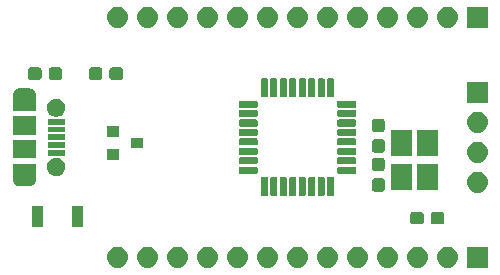
<source format=gbr>
G04 #@! TF.GenerationSoftware,KiCad,Pcbnew,(5.1.4)-1*
G04 #@! TF.CreationDate,2019-12-06T22:53:01-05:00*
G04 #@! TF.ProjectId,STM32G4DevBoard,53544d33-3247-4344-9465-76426f617264,rev?*
G04 #@! TF.SameCoordinates,Original*
G04 #@! TF.FileFunction,Soldermask,Top*
G04 #@! TF.FilePolarity,Negative*
%FSLAX46Y46*%
G04 Gerber Fmt 4.6, Leading zero omitted, Abs format (unit mm)*
G04 Created by KiCad (PCBNEW (5.1.4)-1) date 2019-12-06 22:53:01*
%MOMM*%
%LPD*%
G04 APERTURE LIST*
%ADD10C,0.100000*%
G04 APERTURE END LIST*
D10*
G36*
X117270588Y-100585234D02*
G01*
X117440389Y-100636743D01*
X117596879Y-100720389D01*
X117734043Y-100832957D01*
X117846611Y-100970121D01*
X117930257Y-101126611D01*
X117981766Y-101296412D01*
X117999158Y-101473000D01*
X117981766Y-101649588D01*
X117930257Y-101819389D01*
X117846611Y-101975879D01*
X117734043Y-102113043D01*
X117596879Y-102225611D01*
X117440389Y-102309257D01*
X117270588Y-102360766D01*
X117138249Y-102373800D01*
X117049751Y-102373800D01*
X116917412Y-102360766D01*
X116747611Y-102309257D01*
X116591121Y-102225611D01*
X116453957Y-102113043D01*
X116341389Y-101975879D01*
X116257743Y-101819389D01*
X116206234Y-101649588D01*
X116188842Y-101473000D01*
X116206234Y-101296412D01*
X116257743Y-101126611D01*
X116341389Y-100970121D01*
X116453957Y-100832957D01*
X116591121Y-100720389D01*
X116747611Y-100636743D01*
X116917412Y-100585234D01*
X117049751Y-100572200D01*
X117138249Y-100572200D01*
X117270588Y-100585234D01*
X117270588Y-100585234D01*
G37*
G36*
X145210588Y-100585234D02*
G01*
X145380389Y-100636743D01*
X145536879Y-100720389D01*
X145674043Y-100832957D01*
X145786611Y-100970121D01*
X145870257Y-101126611D01*
X145921766Y-101296412D01*
X145939158Y-101473000D01*
X145921766Y-101649588D01*
X145870257Y-101819389D01*
X145786611Y-101975879D01*
X145674043Y-102113043D01*
X145536879Y-102225611D01*
X145380389Y-102309257D01*
X145210588Y-102360766D01*
X145078249Y-102373800D01*
X144989751Y-102373800D01*
X144857412Y-102360766D01*
X144687611Y-102309257D01*
X144531121Y-102225611D01*
X144393957Y-102113043D01*
X144281389Y-101975879D01*
X144197743Y-101819389D01*
X144146234Y-101649588D01*
X144128842Y-101473000D01*
X144146234Y-101296412D01*
X144197743Y-101126611D01*
X144281389Y-100970121D01*
X144393957Y-100832957D01*
X144531121Y-100720389D01*
X144687611Y-100636743D01*
X144857412Y-100585234D01*
X144989751Y-100572200D01*
X145078249Y-100572200D01*
X145210588Y-100585234D01*
X145210588Y-100585234D01*
G37*
G36*
X148474800Y-102373800D02*
G01*
X146673200Y-102373800D01*
X146673200Y-100572200D01*
X148474800Y-100572200D01*
X148474800Y-102373800D01*
X148474800Y-102373800D01*
G37*
G36*
X142670588Y-100585234D02*
G01*
X142840389Y-100636743D01*
X142996879Y-100720389D01*
X143134043Y-100832957D01*
X143246611Y-100970121D01*
X143330257Y-101126611D01*
X143381766Y-101296412D01*
X143399158Y-101473000D01*
X143381766Y-101649588D01*
X143330257Y-101819389D01*
X143246611Y-101975879D01*
X143134043Y-102113043D01*
X142996879Y-102225611D01*
X142840389Y-102309257D01*
X142670588Y-102360766D01*
X142538249Y-102373800D01*
X142449751Y-102373800D01*
X142317412Y-102360766D01*
X142147611Y-102309257D01*
X141991121Y-102225611D01*
X141853957Y-102113043D01*
X141741389Y-101975879D01*
X141657743Y-101819389D01*
X141606234Y-101649588D01*
X141588842Y-101473000D01*
X141606234Y-101296412D01*
X141657743Y-101126611D01*
X141741389Y-100970121D01*
X141853957Y-100832957D01*
X141991121Y-100720389D01*
X142147611Y-100636743D01*
X142317412Y-100585234D01*
X142449751Y-100572200D01*
X142538249Y-100572200D01*
X142670588Y-100585234D01*
X142670588Y-100585234D01*
G37*
G36*
X140130588Y-100585234D02*
G01*
X140300389Y-100636743D01*
X140456879Y-100720389D01*
X140594043Y-100832957D01*
X140706611Y-100970121D01*
X140790257Y-101126611D01*
X140841766Y-101296412D01*
X140859158Y-101473000D01*
X140841766Y-101649588D01*
X140790257Y-101819389D01*
X140706611Y-101975879D01*
X140594043Y-102113043D01*
X140456879Y-102225611D01*
X140300389Y-102309257D01*
X140130588Y-102360766D01*
X139998249Y-102373800D01*
X139909751Y-102373800D01*
X139777412Y-102360766D01*
X139607611Y-102309257D01*
X139451121Y-102225611D01*
X139313957Y-102113043D01*
X139201389Y-101975879D01*
X139117743Y-101819389D01*
X139066234Y-101649588D01*
X139048842Y-101473000D01*
X139066234Y-101296412D01*
X139117743Y-101126611D01*
X139201389Y-100970121D01*
X139313957Y-100832957D01*
X139451121Y-100720389D01*
X139607611Y-100636743D01*
X139777412Y-100585234D01*
X139909751Y-100572200D01*
X139998249Y-100572200D01*
X140130588Y-100585234D01*
X140130588Y-100585234D01*
G37*
G36*
X137590588Y-100585234D02*
G01*
X137760389Y-100636743D01*
X137916879Y-100720389D01*
X138054043Y-100832957D01*
X138166611Y-100970121D01*
X138250257Y-101126611D01*
X138301766Y-101296412D01*
X138319158Y-101473000D01*
X138301766Y-101649588D01*
X138250257Y-101819389D01*
X138166611Y-101975879D01*
X138054043Y-102113043D01*
X137916879Y-102225611D01*
X137760389Y-102309257D01*
X137590588Y-102360766D01*
X137458249Y-102373800D01*
X137369751Y-102373800D01*
X137237412Y-102360766D01*
X137067611Y-102309257D01*
X136911121Y-102225611D01*
X136773957Y-102113043D01*
X136661389Y-101975879D01*
X136577743Y-101819389D01*
X136526234Y-101649588D01*
X136508842Y-101473000D01*
X136526234Y-101296412D01*
X136577743Y-101126611D01*
X136661389Y-100970121D01*
X136773957Y-100832957D01*
X136911121Y-100720389D01*
X137067611Y-100636743D01*
X137237412Y-100585234D01*
X137369751Y-100572200D01*
X137458249Y-100572200D01*
X137590588Y-100585234D01*
X137590588Y-100585234D01*
G37*
G36*
X135050588Y-100585234D02*
G01*
X135220389Y-100636743D01*
X135376879Y-100720389D01*
X135514043Y-100832957D01*
X135626611Y-100970121D01*
X135710257Y-101126611D01*
X135761766Y-101296412D01*
X135779158Y-101473000D01*
X135761766Y-101649588D01*
X135710257Y-101819389D01*
X135626611Y-101975879D01*
X135514043Y-102113043D01*
X135376879Y-102225611D01*
X135220389Y-102309257D01*
X135050588Y-102360766D01*
X134918249Y-102373800D01*
X134829751Y-102373800D01*
X134697412Y-102360766D01*
X134527611Y-102309257D01*
X134371121Y-102225611D01*
X134233957Y-102113043D01*
X134121389Y-101975879D01*
X134037743Y-101819389D01*
X133986234Y-101649588D01*
X133968842Y-101473000D01*
X133986234Y-101296412D01*
X134037743Y-101126611D01*
X134121389Y-100970121D01*
X134233957Y-100832957D01*
X134371121Y-100720389D01*
X134527611Y-100636743D01*
X134697412Y-100585234D01*
X134829751Y-100572200D01*
X134918249Y-100572200D01*
X135050588Y-100585234D01*
X135050588Y-100585234D01*
G37*
G36*
X129970588Y-100585234D02*
G01*
X130140389Y-100636743D01*
X130296879Y-100720389D01*
X130434043Y-100832957D01*
X130546611Y-100970121D01*
X130630257Y-101126611D01*
X130681766Y-101296412D01*
X130699158Y-101473000D01*
X130681766Y-101649588D01*
X130630257Y-101819389D01*
X130546611Y-101975879D01*
X130434043Y-102113043D01*
X130296879Y-102225611D01*
X130140389Y-102309257D01*
X129970588Y-102360766D01*
X129838249Y-102373800D01*
X129749751Y-102373800D01*
X129617412Y-102360766D01*
X129447611Y-102309257D01*
X129291121Y-102225611D01*
X129153957Y-102113043D01*
X129041389Y-101975879D01*
X128957743Y-101819389D01*
X128906234Y-101649588D01*
X128888842Y-101473000D01*
X128906234Y-101296412D01*
X128957743Y-101126611D01*
X129041389Y-100970121D01*
X129153957Y-100832957D01*
X129291121Y-100720389D01*
X129447611Y-100636743D01*
X129617412Y-100585234D01*
X129749751Y-100572200D01*
X129838249Y-100572200D01*
X129970588Y-100585234D01*
X129970588Y-100585234D01*
G37*
G36*
X132510588Y-100585234D02*
G01*
X132680389Y-100636743D01*
X132836879Y-100720389D01*
X132974043Y-100832957D01*
X133086611Y-100970121D01*
X133170257Y-101126611D01*
X133221766Y-101296412D01*
X133239158Y-101473000D01*
X133221766Y-101649588D01*
X133170257Y-101819389D01*
X133086611Y-101975879D01*
X132974043Y-102113043D01*
X132836879Y-102225611D01*
X132680389Y-102309257D01*
X132510588Y-102360766D01*
X132378249Y-102373800D01*
X132289751Y-102373800D01*
X132157412Y-102360766D01*
X131987611Y-102309257D01*
X131831121Y-102225611D01*
X131693957Y-102113043D01*
X131581389Y-101975879D01*
X131497743Y-101819389D01*
X131446234Y-101649588D01*
X131428842Y-101473000D01*
X131446234Y-101296412D01*
X131497743Y-101126611D01*
X131581389Y-100970121D01*
X131693957Y-100832957D01*
X131831121Y-100720389D01*
X131987611Y-100636743D01*
X132157412Y-100585234D01*
X132289751Y-100572200D01*
X132378249Y-100572200D01*
X132510588Y-100585234D01*
X132510588Y-100585234D01*
G37*
G36*
X119810588Y-100585234D02*
G01*
X119980389Y-100636743D01*
X120136879Y-100720389D01*
X120274043Y-100832957D01*
X120386611Y-100970121D01*
X120470257Y-101126611D01*
X120521766Y-101296412D01*
X120539158Y-101473000D01*
X120521766Y-101649588D01*
X120470257Y-101819389D01*
X120386611Y-101975879D01*
X120274043Y-102113043D01*
X120136879Y-102225611D01*
X119980389Y-102309257D01*
X119810588Y-102360766D01*
X119678249Y-102373800D01*
X119589751Y-102373800D01*
X119457412Y-102360766D01*
X119287611Y-102309257D01*
X119131121Y-102225611D01*
X118993957Y-102113043D01*
X118881389Y-101975879D01*
X118797743Y-101819389D01*
X118746234Y-101649588D01*
X118728842Y-101473000D01*
X118746234Y-101296412D01*
X118797743Y-101126611D01*
X118881389Y-100970121D01*
X118993957Y-100832957D01*
X119131121Y-100720389D01*
X119287611Y-100636743D01*
X119457412Y-100585234D01*
X119589751Y-100572200D01*
X119678249Y-100572200D01*
X119810588Y-100585234D01*
X119810588Y-100585234D01*
G37*
G36*
X122350588Y-100585234D02*
G01*
X122520389Y-100636743D01*
X122676879Y-100720389D01*
X122814043Y-100832957D01*
X122926611Y-100970121D01*
X123010257Y-101126611D01*
X123061766Y-101296412D01*
X123079158Y-101473000D01*
X123061766Y-101649588D01*
X123010257Y-101819389D01*
X122926611Y-101975879D01*
X122814043Y-102113043D01*
X122676879Y-102225611D01*
X122520389Y-102309257D01*
X122350588Y-102360766D01*
X122218249Y-102373800D01*
X122129751Y-102373800D01*
X121997412Y-102360766D01*
X121827611Y-102309257D01*
X121671121Y-102225611D01*
X121533957Y-102113043D01*
X121421389Y-101975879D01*
X121337743Y-101819389D01*
X121286234Y-101649588D01*
X121268842Y-101473000D01*
X121286234Y-101296412D01*
X121337743Y-101126611D01*
X121421389Y-100970121D01*
X121533957Y-100832957D01*
X121671121Y-100720389D01*
X121827611Y-100636743D01*
X121997412Y-100585234D01*
X122129751Y-100572200D01*
X122218249Y-100572200D01*
X122350588Y-100585234D01*
X122350588Y-100585234D01*
G37*
G36*
X127430588Y-100585234D02*
G01*
X127600389Y-100636743D01*
X127756879Y-100720389D01*
X127894043Y-100832957D01*
X128006611Y-100970121D01*
X128090257Y-101126611D01*
X128141766Y-101296412D01*
X128159158Y-101473000D01*
X128141766Y-101649588D01*
X128090257Y-101819389D01*
X128006611Y-101975879D01*
X127894043Y-102113043D01*
X127756879Y-102225611D01*
X127600389Y-102309257D01*
X127430588Y-102360766D01*
X127298249Y-102373800D01*
X127209751Y-102373800D01*
X127077412Y-102360766D01*
X126907611Y-102309257D01*
X126751121Y-102225611D01*
X126613957Y-102113043D01*
X126501389Y-101975879D01*
X126417743Y-101819389D01*
X126366234Y-101649588D01*
X126348842Y-101473000D01*
X126366234Y-101296412D01*
X126417743Y-101126611D01*
X126501389Y-100970121D01*
X126613957Y-100832957D01*
X126751121Y-100720389D01*
X126907611Y-100636743D01*
X127077412Y-100585234D01*
X127209751Y-100572200D01*
X127298249Y-100572200D01*
X127430588Y-100585234D01*
X127430588Y-100585234D01*
G37*
G36*
X124890588Y-100585234D02*
G01*
X125060389Y-100636743D01*
X125216879Y-100720389D01*
X125354043Y-100832957D01*
X125466611Y-100970121D01*
X125550257Y-101126611D01*
X125601766Y-101296412D01*
X125619158Y-101473000D01*
X125601766Y-101649588D01*
X125550257Y-101819389D01*
X125466611Y-101975879D01*
X125354043Y-102113043D01*
X125216879Y-102225611D01*
X125060389Y-102309257D01*
X124890588Y-102360766D01*
X124758249Y-102373800D01*
X124669751Y-102373800D01*
X124537412Y-102360766D01*
X124367611Y-102309257D01*
X124211121Y-102225611D01*
X124073957Y-102113043D01*
X123961389Y-101975879D01*
X123877743Y-101819389D01*
X123826234Y-101649588D01*
X123808842Y-101473000D01*
X123826234Y-101296412D01*
X123877743Y-101126611D01*
X123961389Y-100970121D01*
X124073957Y-100832957D01*
X124211121Y-100720389D01*
X124367611Y-100636743D01*
X124537412Y-100585234D01*
X124669751Y-100572200D01*
X124758249Y-100572200D01*
X124890588Y-100585234D01*
X124890588Y-100585234D01*
G37*
G36*
X110764800Y-98944800D02*
G01*
X109863200Y-98944800D01*
X109863200Y-97143200D01*
X110764800Y-97143200D01*
X110764800Y-98944800D01*
X110764800Y-98944800D01*
G37*
G36*
X114164800Y-98944800D02*
G01*
X113263200Y-98944800D01*
X113263200Y-97143200D01*
X114164800Y-97143200D01*
X114164800Y-98944800D01*
X114164800Y-98944800D01*
G37*
G36*
X142828964Y-97650006D02*
G01*
X142873504Y-97663517D01*
X142914546Y-97685455D01*
X142950521Y-97714979D01*
X142980045Y-97750954D01*
X143001983Y-97791996D01*
X143015494Y-97836536D01*
X143020300Y-97885333D01*
X143020300Y-98456667D01*
X143015494Y-98505464D01*
X143001983Y-98550004D01*
X142980045Y-98591046D01*
X142950521Y-98627021D01*
X142914546Y-98656545D01*
X142873504Y-98678483D01*
X142828964Y-98691994D01*
X142780167Y-98696800D01*
X142108833Y-98696800D01*
X142060036Y-98691994D01*
X142015496Y-98678483D01*
X141974454Y-98656545D01*
X141938479Y-98627021D01*
X141908955Y-98591046D01*
X141887017Y-98550004D01*
X141873506Y-98505464D01*
X141868700Y-98456667D01*
X141868700Y-97885333D01*
X141873506Y-97836536D01*
X141887017Y-97791996D01*
X141908955Y-97750954D01*
X141938479Y-97714979D01*
X141974454Y-97685455D01*
X142015496Y-97663517D01*
X142060036Y-97650006D01*
X142108833Y-97645200D01*
X142780167Y-97645200D01*
X142828964Y-97650006D01*
X142828964Y-97650006D01*
G37*
G36*
X144578964Y-97650006D02*
G01*
X144623504Y-97663517D01*
X144664546Y-97685455D01*
X144700521Y-97714979D01*
X144730045Y-97750954D01*
X144751983Y-97791996D01*
X144765494Y-97836536D01*
X144770300Y-97885333D01*
X144770300Y-98456667D01*
X144765494Y-98505464D01*
X144751983Y-98550004D01*
X144730045Y-98591046D01*
X144700521Y-98627021D01*
X144664546Y-98656545D01*
X144623504Y-98678483D01*
X144578964Y-98691994D01*
X144530167Y-98696800D01*
X143858833Y-98696800D01*
X143810036Y-98691994D01*
X143765496Y-98678483D01*
X143724454Y-98656545D01*
X143688479Y-98627021D01*
X143658955Y-98591046D01*
X143637017Y-98550004D01*
X143623506Y-98505464D01*
X143618700Y-98456667D01*
X143618700Y-97885333D01*
X143623506Y-97836536D01*
X143637017Y-97791996D01*
X143658955Y-97750954D01*
X143688479Y-97714979D01*
X143724454Y-97685455D01*
X143765496Y-97663517D01*
X143810036Y-97650006D01*
X143858833Y-97645200D01*
X144530167Y-97645200D01*
X144578964Y-97650006D01*
X144578964Y-97650006D01*
G37*
G36*
X131334018Y-94689845D02*
G01*
X131357448Y-94696952D01*
X131379043Y-94708495D01*
X131397972Y-94724028D01*
X131413505Y-94742957D01*
X131425048Y-94764552D01*
X131432155Y-94787982D01*
X131434800Y-94814833D01*
X131434800Y-96161167D01*
X131432155Y-96188018D01*
X131425048Y-96211448D01*
X131413505Y-96233043D01*
X131397972Y-96251972D01*
X131379043Y-96267505D01*
X131357448Y-96279048D01*
X131334018Y-96286155D01*
X131307167Y-96288800D01*
X130960833Y-96288800D01*
X130933982Y-96286155D01*
X130910552Y-96279048D01*
X130888957Y-96267505D01*
X130870028Y-96251972D01*
X130854495Y-96233043D01*
X130842952Y-96211448D01*
X130835845Y-96188018D01*
X130833200Y-96161167D01*
X130833200Y-94814833D01*
X130835845Y-94787982D01*
X130842952Y-94764552D01*
X130854495Y-94742957D01*
X130870028Y-94724028D01*
X130888957Y-94708495D01*
X130910552Y-94696952D01*
X130933982Y-94689845D01*
X130960833Y-94687200D01*
X131307167Y-94687200D01*
X131334018Y-94689845D01*
X131334018Y-94689845D01*
G37*
G36*
X135334018Y-94689845D02*
G01*
X135357448Y-94696952D01*
X135379043Y-94708495D01*
X135397972Y-94724028D01*
X135413505Y-94742957D01*
X135425048Y-94764552D01*
X135432155Y-94787982D01*
X135434800Y-94814833D01*
X135434800Y-96161167D01*
X135432155Y-96188018D01*
X135425048Y-96211448D01*
X135413505Y-96233043D01*
X135397972Y-96251972D01*
X135379043Y-96267505D01*
X135357448Y-96279048D01*
X135334018Y-96286155D01*
X135307167Y-96288800D01*
X134960833Y-96288800D01*
X134933982Y-96286155D01*
X134910552Y-96279048D01*
X134888957Y-96267505D01*
X134870028Y-96251972D01*
X134854495Y-96233043D01*
X134842952Y-96211448D01*
X134835845Y-96188018D01*
X134833200Y-96161167D01*
X134833200Y-94814833D01*
X134835845Y-94787982D01*
X134842952Y-94764552D01*
X134854495Y-94742957D01*
X134870028Y-94724028D01*
X134888957Y-94708495D01*
X134910552Y-94696952D01*
X134933982Y-94689845D01*
X134960833Y-94687200D01*
X135307167Y-94687200D01*
X135334018Y-94689845D01*
X135334018Y-94689845D01*
G37*
G36*
X134534018Y-94689845D02*
G01*
X134557448Y-94696952D01*
X134579043Y-94708495D01*
X134597972Y-94724028D01*
X134613505Y-94742957D01*
X134625048Y-94764552D01*
X134632155Y-94787982D01*
X134634800Y-94814833D01*
X134634800Y-96161167D01*
X134632155Y-96188018D01*
X134625048Y-96211448D01*
X134613505Y-96233043D01*
X134597972Y-96251972D01*
X134579043Y-96267505D01*
X134557448Y-96279048D01*
X134534018Y-96286155D01*
X134507167Y-96288800D01*
X134160833Y-96288800D01*
X134133982Y-96286155D01*
X134110552Y-96279048D01*
X134088957Y-96267505D01*
X134070028Y-96251972D01*
X134054495Y-96233043D01*
X134042952Y-96211448D01*
X134035845Y-96188018D01*
X134033200Y-96161167D01*
X134033200Y-94814833D01*
X134035845Y-94787982D01*
X134042952Y-94764552D01*
X134054495Y-94742957D01*
X134070028Y-94724028D01*
X134088957Y-94708495D01*
X134110552Y-94696952D01*
X134133982Y-94689845D01*
X134160833Y-94687200D01*
X134507167Y-94687200D01*
X134534018Y-94689845D01*
X134534018Y-94689845D01*
G37*
G36*
X133734018Y-94689845D02*
G01*
X133757448Y-94696952D01*
X133779043Y-94708495D01*
X133797972Y-94724028D01*
X133813505Y-94742957D01*
X133825048Y-94764552D01*
X133832155Y-94787982D01*
X133834800Y-94814833D01*
X133834800Y-96161167D01*
X133832155Y-96188018D01*
X133825048Y-96211448D01*
X133813505Y-96233043D01*
X133797972Y-96251972D01*
X133779043Y-96267505D01*
X133757448Y-96279048D01*
X133734018Y-96286155D01*
X133707167Y-96288800D01*
X133360833Y-96288800D01*
X133333982Y-96286155D01*
X133310552Y-96279048D01*
X133288957Y-96267505D01*
X133270028Y-96251972D01*
X133254495Y-96233043D01*
X133242952Y-96211448D01*
X133235845Y-96188018D01*
X133233200Y-96161167D01*
X133233200Y-94814833D01*
X133235845Y-94787982D01*
X133242952Y-94764552D01*
X133254495Y-94742957D01*
X133270028Y-94724028D01*
X133288957Y-94708495D01*
X133310552Y-94696952D01*
X133333982Y-94689845D01*
X133360833Y-94687200D01*
X133707167Y-94687200D01*
X133734018Y-94689845D01*
X133734018Y-94689845D01*
G37*
G36*
X132934018Y-94689845D02*
G01*
X132957448Y-94696952D01*
X132979043Y-94708495D01*
X132997972Y-94724028D01*
X133013505Y-94742957D01*
X133025048Y-94764552D01*
X133032155Y-94787982D01*
X133034800Y-94814833D01*
X133034800Y-96161167D01*
X133032155Y-96188018D01*
X133025048Y-96211448D01*
X133013505Y-96233043D01*
X132997972Y-96251972D01*
X132979043Y-96267505D01*
X132957448Y-96279048D01*
X132934018Y-96286155D01*
X132907167Y-96288800D01*
X132560833Y-96288800D01*
X132533982Y-96286155D01*
X132510552Y-96279048D01*
X132488957Y-96267505D01*
X132470028Y-96251972D01*
X132454495Y-96233043D01*
X132442952Y-96211448D01*
X132435845Y-96188018D01*
X132433200Y-96161167D01*
X132433200Y-94814833D01*
X132435845Y-94787982D01*
X132442952Y-94764552D01*
X132454495Y-94742957D01*
X132470028Y-94724028D01*
X132488957Y-94708495D01*
X132510552Y-94696952D01*
X132533982Y-94689845D01*
X132560833Y-94687200D01*
X132907167Y-94687200D01*
X132934018Y-94689845D01*
X132934018Y-94689845D01*
G37*
G36*
X132134018Y-94689845D02*
G01*
X132157448Y-94696952D01*
X132179043Y-94708495D01*
X132197972Y-94724028D01*
X132213505Y-94742957D01*
X132225048Y-94764552D01*
X132232155Y-94787982D01*
X132234800Y-94814833D01*
X132234800Y-96161167D01*
X132232155Y-96188018D01*
X132225048Y-96211448D01*
X132213505Y-96233043D01*
X132197972Y-96251972D01*
X132179043Y-96267505D01*
X132157448Y-96279048D01*
X132134018Y-96286155D01*
X132107167Y-96288800D01*
X131760833Y-96288800D01*
X131733982Y-96286155D01*
X131710552Y-96279048D01*
X131688957Y-96267505D01*
X131670028Y-96251972D01*
X131654495Y-96233043D01*
X131642952Y-96211448D01*
X131635845Y-96188018D01*
X131633200Y-96161167D01*
X131633200Y-94814833D01*
X131635845Y-94787982D01*
X131642952Y-94764552D01*
X131654495Y-94742957D01*
X131670028Y-94724028D01*
X131688957Y-94708495D01*
X131710552Y-94696952D01*
X131733982Y-94689845D01*
X131760833Y-94687200D01*
X132107167Y-94687200D01*
X132134018Y-94689845D01*
X132134018Y-94689845D01*
G37*
G36*
X129734018Y-94689845D02*
G01*
X129757448Y-94696952D01*
X129779043Y-94708495D01*
X129797972Y-94724028D01*
X129813505Y-94742957D01*
X129825048Y-94764552D01*
X129832155Y-94787982D01*
X129834800Y-94814833D01*
X129834800Y-96161167D01*
X129832155Y-96188018D01*
X129825048Y-96211448D01*
X129813505Y-96233043D01*
X129797972Y-96251972D01*
X129779043Y-96267505D01*
X129757448Y-96279048D01*
X129734018Y-96286155D01*
X129707167Y-96288800D01*
X129360833Y-96288800D01*
X129333982Y-96286155D01*
X129310552Y-96279048D01*
X129288957Y-96267505D01*
X129270028Y-96251972D01*
X129254495Y-96233043D01*
X129242952Y-96211448D01*
X129235845Y-96188018D01*
X129233200Y-96161167D01*
X129233200Y-94814833D01*
X129235845Y-94787982D01*
X129242952Y-94764552D01*
X129254495Y-94742957D01*
X129270028Y-94724028D01*
X129288957Y-94708495D01*
X129310552Y-94696952D01*
X129333982Y-94689845D01*
X129360833Y-94687200D01*
X129707167Y-94687200D01*
X129734018Y-94689845D01*
X129734018Y-94689845D01*
G37*
G36*
X130534018Y-94689845D02*
G01*
X130557448Y-94696952D01*
X130579043Y-94708495D01*
X130597972Y-94724028D01*
X130613505Y-94742957D01*
X130625048Y-94764552D01*
X130632155Y-94787982D01*
X130634800Y-94814833D01*
X130634800Y-96161167D01*
X130632155Y-96188018D01*
X130625048Y-96211448D01*
X130613505Y-96233043D01*
X130597972Y-96251972D01*
X130579043Y-96267505D01*
X130557448Y-96279048D01*
X130534018Y-96286155D01*
X130507167Y-96288800D01*
X130160833Y-96288800D01*
X130133982Y-96286155D01*
X130110552Y-96279048D01*
X130088957Y-96267505D01*
X130070028Y-96251972D01*
X130054495Y-96233043D01*
X130042952Y-96211448D01*
X130035845Y-96188018D01*
X130033200Y-96161167D01*
X130033200Y-94814833D01*
X130035845Y-94787982D01*
X130042952Y-94764552D01*
X130054495Y-94742957D01*
X130070028Y-94724028D01*
X130088957Y-94708495D01*
X130110552Y-94696952D01*
X130133982Y-94689845D01*
X130160833Y-94687200D01*
X130507167Y-94687200D01*
X130534018Y-94689845D01*
X130534018Y-94689845D01*
G37*
G36*
X147750588Y-94245234D02*
G01*
X147920389Y-94296743D01*
X148076879Y-94380389D01*
X148214043Y-94492957D01*
X148326611Y-94630121D01*
X148410257Y-94786611D01*
X148461766Y-94956412D01*
X148479158Y-95133000D01*
X148461766Y-95309588D01*
X148410257Y-95479389D01*
X148326611Y-95635879D01*
X148214043Y-95773043D01*
X148076879Y-95885611D01*
X147920389Y-95969257D01*
X147750588Y-96020766D01*
X147618249Y-96033800D01*
X147529751Y-96033800D01*
X147397412Y-96020766D01*
X147227611Y-95969257D01*
X147071121Y-95885611D01*
X146933957Y-95773043D01*
X146821389Y-95635879D01*
X146737743Y-95479389D01*
X146686234Y-95309588D01*
X146668842Y-95133000D01*
X146686234Y-94956412D01*
X146737743Y-94786611D01*
X146821389Y-94630121D01*
X146933957Y-94492957D01*
X147071121Y-94380389D01*
X147227611Y-94296743D01*
X147397412Y-94245234D01*
X147529751Y-94232200D01*
X147618249Y-94232200D01*
X147750588Y-94245234D01*
X147750588Y-94245234D01*
G37*
G36*
X139526464Y-94792006D02*
G01*
X139571004Y-94805517D01*
X139612046Y-94827455D01*
X139648021Y-94856979D01*
X139677545Y-94892954D01*
X139699483Y-94933996D01*
X139712994Y-94978536D01*
X139717800Y-95027333D01*
X139717800Y-95698667D01*
X139712994Y-95747464D01*
X139699483Y-95792004D01*
X139677545Y-95833046D01*
X139648021Y-95869021D01*
X139612046Y-95898545D01*
X139571004Y-95920483D01*
X139526464Y-95933994D01*
X139477667Y-95938800D01*
X138906333Y-95938800D01*
X138857536Y-95933994D01*
X138812996Y-95920483D01*
X138771954Y-95898545D01*
X138735979Y-95869021D01*
X138706455Y-95833046D01*
X138684517Y-95792004D01*
X138671006Y-95747464D01*
X138666200Y-95698667D01*
X138666200Y-95027333D01*
X138671006Y-94978536D01*
X138684517Y-94933996D01*
X138706455Y-94892954D01*
X138735979Y-94856979D01*
X138771954Y-94827455D01*
X138812996Y-94805517D01*
X138857536Y-94792006D01*
X138906333Y-94787200D01*
X139477667Y-94787200D01*
X139526464Y-94792006D01*
X139526464Y-94792006D01*
G37*
G36*
X144240800Y-95768800D02*
G01*
X142414200Y-95768800D01*
X142414200Y-93567200D01*
X144240800Y-93567200D01*
X144240800Y-95768800D01*
X144240800Y-95768800D01*
G37*
G36*
X142065800Y-95768800D02*
G01*
X140239200Y-95768800D01*
X140239200Y-93567200D01*
X142065800Y-93567200D01*
X142065800Y-95768800D01*
X142065800Y-95768800D01*
G37*
G36*
X110213200Y-94778549D02*
G01*
X110213443Y-94783499D01*
X110216348Y-94813000D01*
X110213443Y-94842501D01*
X110213200Y-94847451D01*
X110213200Y-94889848D01*
X110210460Y-94894974D01*
X110207586Y-94904447D01*
X110206859Y-94909350D01*
X110203784Y-94940578D01*
X110166569Y-95063258D01*
X110106138Y-95176315D01*
X110024811Y-95275411D01*
X109925715Y-95356738D01*
X109812658Y-95417169D01*
X109689978Y-95454384D01*
X109594368Y-95463800D01*
X108830432Y-95463800D01*
X108734822Y-95454384D01*
X108612142Y-95417169D01*
X108499085Y-95356738D01*
X108399989Y-95275411D01*
X108318662Y-95176315D01*
X108258231Y-95063258D01*
X108221016Y-94940578D01*
X108217941Y-94909350D01*
X108216010Y-94899640D01*
X108212221Y-94890494D01*
X108211600Y-94889564D01*
X108211600Y-94847451D01*
X108211357Y-94842501D01*
X108208452Y-94813000D01*
X108211357Y-94783499D01*
X108211600Y-94778549D01*
X108211600Y-93562200D01*
X110213200Y-93562200D01*
X110213200Y-94778549D01*
X110213200Y-94778549D01*
G37*
G36*
X112138693Y-93067013D02*
G01*
X112279879Y-93125495D01*
X112406944Y-93210397D01*
X112515003Y-93318456D01*
X112599905Y-93445521D01*
X112658387Y-93586707D01*
X112688200Y-93736590D01*
X112688200Y-93889410D01*
X112658387Y-94039293D01*
X112599905Y-94180479D01*
X112515003Y-94307544D01*
X112406944Y-94415603D01*
X112279879Y-94500505D01*
X112138693Y-94558987D01*
X111988810Y-94588800D01*
X111835990Y-94588800D01*
X111686107Y-94558987D01*
X111544921Y-94500505D01*
X111417856Y-94415603D01*
X111309797Y-94307544D01*
X111224895Y-94180479D01*
X111166413Y-94039293D01*
X111136600Y-93889410D01*
X111136600Y-93736590D01*
X111166413Y-93586707D01*
X111224895Y-93445521D01*
X111309797Y-93318456D01*
X111417856Y-93210397D01*
X111544921Y-93125495D01*
X111686107Y-93067013D01*
X111835990Y-93037200D01*
X111988810Y-93037200D01*
X112138693Y-93067013D01*
X112138693Y-93067013D01*
G37*
G36*
X137209018Y-93814845D02*
G01*
X137232448Y-93821952D01*
X137254043Y-93833495D01*
X137272972Y-93849028D01*
X137288505Y-93867957D01*
X137300048Y-93889552D01*
X137307155Y-93912982D01*
X137309800Y-93939833D01*
X137309800Y-94286167D01*
X137307155Y-94313018D01*
X137300048Y-94336448D01*
X137288505Y-94358043D01*
X137272972Y-94376972D01*
X137254043Y-94392505D01*
X137232448Y-94404048D01*
X137209018Y-94411155D01*
X137182167Y-94413800D01*
X135835833Y-94413800D01*
X135808982Y-94411155D01*
X135785552Y-94404048D01*
X135763957Y-94392505D01*
X135745028Y-94376972D01*
X135729495Y-94358043D01*
X135717952Y-94336448D01*
X135710845Y-94313018D01*
X135708200Y-94286167D01*
X135708200Y-93939833D01*
X135710845Y-93912982D01*
X135717952Y-93889552D01*
X135729495Y-93867957D01*
X135745028Y-93849028D01*
X135763957Y-93833495D01*
X135785552Y-93821952D01*
X135808982Y-93814845D01*
X135835833Y-93812200D01*
X137182167Y-93812200D01*
X137209018Y-93814845D01*
X137209018Y-93814845D01*
G37*
G36*
X128859018Y-93814845D02*
G01*
X128882448Y-93821952D01*
X128904043Y-93833495D01*
X128922972Y-93849028D01*
X128938505Y-93867957D01*
X128950048Y-93889552D01*
X128957155Y-93912982D01*
X128959800Y-93939833D01*
X128959800Y-94286167D01*
X128957155Y-94313018D01*
X128950048Y-94336448D01*
X128938505Y-94358043D01*
X128922972Y-94376972D01*
X128904043Y-94392505D01*
X128882448Y-94404048D01*
X128859018Y-94411155D01*
X128832167Y-94413800D01*
X127485833Y-94413800D01*
X127458982Y-94411155D01*
X127435552Y-94404048D01*
X127413957Y-94392505D01*
X127395028Y-94376972D01*
X127379495Y-94358043D01*
X127367952Y-94336448D01*
X127360845Y-94313018D01*
X127358200Y-94286167D01*
X127358200Y-93939833D01*
X127360845Y-93912982D01*
X127367952Y-93889552D01*
X127379495Y-93867957D01*
X127395028Y-93849028D01*
X127413957Y-93833495D01*
X127435552Y-93821952D01*
X127458982Y-93814845D01*
X127485833Y-93812200D01*
X128832167Y-93812200D01*
X128859018Y-93814845D01*
X128859018Y-93814845D01*
G37*
G36*
X139526464Y-93042006D02*
G01*
X139571004Y-93055517D01*
X139612046Y-93077455D01*
X139648021Y-93106979D01*
X139677545Y-93142954D01*
X139699483Y-93183996D01*
X139712994Y-93228536D01*
X139717800Y-93277333D01*
X139717800Y-93948667D01*
X139712994Y-93997464D01*
X139699483Y-94042004D01*
X139677545Y-94083046D01*
X139648021Y-94119021D01*
X139612046Y-94148545D01*
X139571004Y-94170483D01*
X139526464Y-94183994D01*
X139477667Y-94188800D01*
X138906333Y-94188800D01*
X138857536Y-94183994D01*
X138812996Y-94170483D01*
X138771954Y-94148545D01*
X138735979Y-94119021D01*
X138706455Y-94083046D01*
X138684517Y-94042004D01*
X138671006Y-93997464D01*
X138666200Y-93948667D01*
X138666200Y-93277333D01*
X138671006Y-93228536D01*
X138684517Y-93183996D01*
X138706455Y-93142954D01*
X138735979Y-93106979D01*
X138771954Y-93077455D01*
X138812996Y-93055517D01*
X138857536Y-93042006D01*
X138906333Y-93037200D01*
X139477667Y-93037200D01*
X139526464Y-93042006D01*
X139526464Y-93042006D01*
G37*
G36*
X128859018Y-93014845D02*
G01*
X128882448Y-93021952D01*
X128904043Y-93033495D01*
X128922972Y-93049028D01*
X128938505Y-93067957D01*
X128950048Y-93089552D01*
X128957155Y-93112982D01*
X128959800Y-93139833D01*
X128959800Y-93486167D01*
X128957155Y-93513018D01*
X128950048Y-93536448D01*
X128938505Y-93558043D01*
X128922972Y-93576972D01*
X128904043Y-93592505D01*
X128882448Y-93604048D01*
X128859018Y-93611155D01*
X128832167Y-93613800D01*
X127485833Y-93613800D01*
X127458982Y-93611155D01*
X127435552Y-93604048D01*
X127413957Y-93592505D01*
X127395028Y-93576972D01*
X127379495Y-93558043D01*
X127367952Y-93536448D01*
X127360845Y-93513018D01*
X127358200Y-93486167D01*
X127358200Y-93139833D01*
X127360845Y-93112982D01*
X127367952Y-93089552D01*
X127379495Y-93067957D01*
X127395028Y-93049028D01*
X127413957Y-93033495D01*
X127435552Y-93021952D01*
X127458982Y-93014845D01*
X127485833Y-93012200D01*
X128832167Y-93012200D01*
X128859018Y-93014845D01*
X128859018Y-93014845D01*
G37*
G36*
X137209018Y-93014845D02*
G01*
X137232448Y-93021952D01*
X137254043Y-93033495D01*
X137272972Y-93049028D01*
X137288505Y-93067957D01*
X137300048Y-93089552D01*
X137307155Y-93112982D01*
X137309800Y-93139833D01*
X137309800Y-93486167D01*
X137307155Y-93513018D01*
X137300048Y-93536448D01*
X137288505Y-93558043D01*
X137272972Y-93576972D01*
X137254043Y-93592505D01*
X137232448Y-93604048D01*
X137209018Y-93611155D01*
X137182167Y-93613800D01*
X135835833Y-93613800D01*
X135808982Y-93611155D01*
X135785552Y-93604048D01*
X135763957Y-93592505D01*
X135745028Y-93576972D01*
X135729495Y-93558043D01*
X135717952Y-93536448D01*
X135710845Y-93513018D01*
X135708200Y-93486167D01*
X135708200Y-93139833D01*
X135710845Y-93112982D01*
X135717952Y-93089552D01*
X135729495Y-93067957D01*
X135745028Y-93049028D01*
X135763957Y-93033495D01*
X135785552Y-93021952D01*
X135808982Y-93014845D01*
X135835833Y-93012200D01*
X137182167Y-93012200D01*
X137209018Y-93014845D01*
X137209018Y-93014845D01*
G37*
G36*
X147750588Y-91705234D02*
G01*
X147920389Y-91756743D01*
X148076879Y-91840389D01*
X148214043Y-91952957D01*
X148326611Y-92090121D01*
X148410257Y-92246611D01*
X148461766Y-92416412D01*
X148479158Y-92593000D01*
X148461766Y-92769588D01*
X148410257Y-92939389D01*
X148326611Y-93095879D01*
X148214043Y-93233043D01*
X148076879Y-93345611D01*
X147920389Y-93429257D01*
X147750588Y-93480766D01*
X147618249Y-93493800D01*
X147529751Y-93493800D01*
X147397412Y-93480766D01*
X147227611Y-93429257D01*
X147071121Y-93345611D01*
X146933957Y-93233043D01*
X146821389Y-93095879D01*
X146737743Y-92939389D01*
X146686234Y-92769588D01*
X146668842Y-92593000D01*
X146686234Y-92416412D01*
X146737743Y-92246611D01*
X146821389Y-92090121D01*
X146933957Y-91952957D01*
X147071121Y-91840389D01*
X147227611Y-91756743D01*
X147397412Y-91705234D01*
X147529751Y-91692200D01*
X147618249Y-91692200D01*
X147750588Y-91705234D01*
X147750588Y-91705234D01*
G37*
G36*
X117245800Y-93204200D02*
G01*
X116244200Y-93204200D01*
X116244200Y-92302600D01*
X117245800Y-92302600D01*
X117245800Y-93204200D01*
X117245800Y-93204200D01*
G37*
G36*
X110213200Y-93113800D02*
G01*
X108211600Y-93113800D01*
X108211600Y-91512200D01*
X110213200Y-91512200D01*
X110213200Y-93113800D01*
X110213200Y-93113800D01*
G37*
G36*
X144240800Y-92868800D02*
G01*
X142414200Y-92868800D01*
X142414200Y-90667200D01*
X144240800Y-90667200D01*
X144240800Y-92868800D01*
X144240800Y-92868800D01*
G37*
G36*
X142065800Y-92868800D02*
G01*
X140239200Y-92868800D01*
X140239200Y-90667200D01*
X142065800Y-90667200D01*
X142065800Y-92868800D01*
X142065800Y-92868800D01*
G37*
G36*
X112638200Y-92863800D02*
G01*
X111186600Y-92863800D01*
X111186600Y-92362200D01*
X112638200Y-92362200D01*
X112638200Y-92863800D01*
X112638200Y-92863800D01*
G37*
G36*
X137209018Y-92214845D02*
G01*
X137232448Y-92221952D01*
X137254043Y-92233495D01*
X137272972Y-92249028D01*
X137288505Y-92267957D01*
X137300048Y-92289552D01*
X137307155Y-92312982D01*
X137309800Y-92339833D01*
X137309800Y-92686167D01*
X137307155Y-92713018D01*
X137300048Y-92736448D01*
X137288505Y-92758043D01*
X137272972Y-92776972D01*
X137254043Y-92792505D01*
X137232448Y-92804048D01*
X137209018Y-92811155D01*
X137182167Y-92813800D01*
X135835833Y-92813800D01*
X135808982Y-92811155D01*
X135785552Y-92804048D01*
X135763957Y-92792505D01*
X135745028Y-92776972D01*
X135729495Y-92758043D01*
X135717952Y-92736448D01*
X135710845Y-92713018D01*
X135708200Y-92686167D01*
X135708200Y-92339833D01*
X135710845Y-92312982D01*
X135717952Y-92289552D01*
X135729495Y-92267957D01*
X135745028Y-92249028D01*
X135763957Y-92233495D01*
X135785552Y-92221952D01*
X135808982Y-92214845D01*
X135835833Y-92212200D01*
X137182167Y-92212200D01*
X137209018Y-92214845D01*
X137209018Y-92214845D01*
G37*
G36*
X128859018Y-92214845D02*
G01*
X128882448Y-92221952D01*
X128904043Y-92233495D01*
X128922972Y-92249028D01*
X128938505Y-92267957D01*
X128950048Y-92289552D01*
X128957155Y-92312982D01*
X128959800Y-92339833D01*
X128959800Y-92686167D01*
X128957155Y-92713018D01*
X128950048Y-92736448D01*
X128938505Y-92758043D01*
X128922972Y-92776972D01*
X128904043Y-92792505D01*
X128882448Y-92804048D01*
X128859018Y-92811155D01*
X128832167Y-92813800D01*
X127485833Y-92813800D01*
X127458982Y-92811155D01*
X127435552Y-92804048D01*
X127413957Y-92792505D01*
X127395028Y-92776972D01*
X127379495Y-92758043D01*
X127367952Y-92736448D01*
X127360845Y-92713018D01*
X127358200Y-92686167D01*
X127358200Y-92339833D01*
X127360845Y-92312982D01*
X127367952Y-92289552D01*
X127379495Y-92267957D01*
X127395028Y-92249028D01*
X127413957Y-92233495D01*
X127435552Y-92221952D01*
X127458982Y-92214845D01*
X127485833Y-92212200D01*
X128832167Y-92212200D01*
X128859018Y-92214845D01*
X128859018Y-92214845D01*
G37*
G36*
X139526464Y-91490006D02*
G01*
X139571004Y-91503517D01*
X139612046Y-91525455D01*
X139648021Y-91554979D01*
X139677545Y-91590954D01*
X139699483Y-91631996D01*
X139712994Y-91676536D01*
X139717800Y-91725333D01*
X139717800Y-92396667D01*
X139712994Y-92445464D01*
X139699483Y-92490004D01*
X139677545Y-92531046D01*
X139648021Y-92567021D01*
X139612046Y-92596545D01*
X139571004Y-92618483D01*
X139526464Y-92631994D01*
X139477667Y-92636800D01*
X138906333Y-92636800D01*
X138857536Y-92631994D01*
X138812996Y-92618483D01*
X138771954Y-92596545D01*
X138735979Y-92567021D01*
X138706455Y-92531046D01*
X138684517Y-92490004D01*
X138671006Y-92445464D01*
X138666200Y-92396667D01*
X138666200Y-91725333D01*
X138671006Y-91676536D01*
X138684517Y-91631996D01*
X138706455Y-91590954D01*
X138735979Y-91554979D01*
X138771954Y-91525455D01*
X138812996Y-91503517D01*
X138857536Y-91490006D01*
X138906333Y-91485200D01*
X139477667Y-91485200D01*
X139526464Y-91490006D01*
X139526464Y-91490006D01*
G37*
G36*
X119245800Y-92254200D02*
G01*
X118244200Y-92254200D01*
X118244200Y-91352600D01*
X119245800Y-91352600D01*
X119245800Y-92254200D01*
X119245800Y-92254200D01*
G37*
G36*
X112638200Y-92213800D02*
G01*
X111186600Y-92213800D01*
X111186600Y-91712200D01*
X112638200Y-91712200D01*
X112638200Y-92213800D01*
X112638200Y-92213800D01*
G37*
G36*
X128859018Y-91414845D02*
G01*
X128882448Y-91421952D01*
X128904043Y-91433495D01*
X128922972Y-91449028D01*
X128938505Y-91467957D01*
X128950048Y-91489552D01*
X128957155Y-91512982D01*
X128959800Y-91539833D01*
X128959800Y-91886167D01*
X128957155Y-91913018D01*
X128950048Y-91936448D01*
X128938505Y-91958043D01*
X128922972Y-91976972D01*
X128904043Y-91992505D01*
X128882448Y-92004048D01*
X128859018Y-92011155D01*
X128832167Y-92013800D01*
X127485833Y-92013800D01*
X127458982Y-92011155D01*
X127435552Y-92004048D01*
X127413957Y-91992505D01*
X127395028Y-91976972D01*
X127379495Y-91958043D01*
X127367952Y-91936448D01*
X127360845Y-91913018D01*
X127358200Y-91886167D01*
X127358200Y-91539833D01*
X127360845Y-91512982D01*
X127367952Y-91489552D01*
X127379495Y-91467957D01*
X127395028Y-91449028D01*
X127413957Y-91433495D01*
X127435552Y-91421952D01*
X127458982Y-91414845D01*
X127485833Y-91412200D01*
X128832167Y-91412200D01*
X128859018Y-91414845D01*
X128859018Y-91414845D01*
G37*
G36*
X137209018Y-91414845D02*
G01*
X137232448Y-91421952D01*
X137254043Y-91433495D01*
X137272972Y-91449028D01*
X137288505Y-91467957D01*
X137300048Y-91489552D01*
X137307155Y-91512982D01*
X137309800Y-91539833D01*
X137309800Y-91886167D01*
X137307155Y-91913018D01*
X137300048Y-91936448D01*
X137288505Y-91958043D01*
X137272972Y-91976972D01*
X137254043Y-91992505D01*
X137232448Y-92004048D01*
X137209018Y-92011155D01*
X137182167Y-92013800D01*
X135835833Y-92013800D01*
X135808982Y-92011155D01*
X135785552Y-92004048D01*
X135763957Y-91992505D01*
X135745028Y-91976972D01*
X135729495Y-91958043D01*
X135717952Y-91936448D01*
X135710845Y-91913018D01*
X135708200Y-91886167D01*
X135708200Y-91539833D01*
X135710845Y-91512982D01*
X135717952Y-91489552D01*
X135729495Y-91467957D01*
X135745028Y-91449028D01*
X135763957Y-91433495D01*
X135785552Y-91421952D01*
X135808982Y-91414845D01*
X135835833Y-91412200D01*
X137182167Y-91412200D01*
X137209018Y-91414845D01*
X137209018Y-91414845D01*
G37*
G36*
X112638200Y-91563800D02*
G01*
X111186600Y-91563800D01*
X111186600Y-91062200D01*
X112638200Y-91062200D01*
X112638200Y-91563800D01*
X112638200Y-91563800D01*
G37*
G36*
X117245800Y-91304200D02*
G01*
X116244200Y-91304200D01*
X116244200Y-90402600D01*
X117245800Y-90402600D01*
X117245800Y-91304200D01*
X117245800Y-91304200D01*
G37*
G36*
X128859018Y-90614845D02*
G01*
X128882448Y-90621952D01*
X128904043Y-90633495D01*
X128922972Y-90649028D01*
X128938505Y-90667957D01*
X128950048Y-90689552D01*
X128957155Y-90712982D01*
X128959800Y-90739833D01*
X128959800Y-91086167D01*
X128957155Y-91113018D01*
X128950048Y-91136448D01*
X128938505Y-91158043D01*
X128922972Y-91176972D01*
X128904043Y-91192505D01*
X128882448Y-91204048D01*
X128859018Y-91211155D01*
X128832167Y-91213800D01*
X127485833Y-91213800D01*
X127458982Y-91211155D01*
X127435552Y-91204048D01*
X127413957Y-91192505D01*
X127395028Y-91176972D01*
X127379495Y-91158043D01*
X127367952Y-91136448D01*
X127360845Y-91113018D01*
X127358200Y-91086167D01*
X127358200Y-90739833D01*
X127360845Y-90712982D01*
X127367952Y-90689552D01*
X127379495Y-90667957D01*
X127395028Y-90649028D01*
X127413957Y-90633495D01*
X127435552Y-90621952D01*
X127458982Y-90614845D01*
X127485833Y-90612200D01*
X128832167Y-90612200D01*
X128859018Y-90614845D01*
X128859018Y-90614845D01*
G37*
G36*
X137209018Y-90614845D02*
G01*
X137232448Y-90621952D01*
X137254043Y-90633495D01*
X137272972Y-90649028D01*
X137288505Y-90667957D01*
X137300048Y-90689552D01*
X137307155Y-90712982D01*
X137309800Y-90739833D01*
X137309800Y-91086167D01*
X137307155Y-91113018D01*
X137300048Y-91136448D01*
X137288505Y-91158043D01*
X137272972Y-91176972D01*
X137254043Y-91192505D01*
X137232448Y-91204048D01*
X137209018Y-91211155D01*
X137182167Y-91213800D01*
X135835833Y-91213800D01*
X135808982Y-91211155D01*
X135785552Y-91204048D01*
X135763957Y-91192505D01*
X135745028Y-91176972D01*
X135729495Y-91158043D01*
X135717952Y-91136448D01*
X135710845Y-91113018D01*
X135708200Y-91086167D01*
X135708200Y-90739833D01*
X135710845Y-90712982D01*
X135717952Y-90689552D01*
X135729495Y-90667957D01*
X135745028Y-90649028D01*
X135763957Y-90633495D01*
X135785552Y-90621952D01*
X135808982Y-90614845D01*
X135835833Y-90612200D01*
X137182167Y-90612200D01*
X137209018Y-90614845D01*
X137209018Y-90614845D01*
G37*
G36*
X110213200Y-91113800D02*
G01*
X108211600Y-91113800D01*
X108211600Y-89512200D01*
X110213200Y-89512200D01*
X110213200Y-91113800D01*
X110213200Y-91113800D01*
G37*
G36*
X147750588Y-89165234D02*
G01*
X147920389Y-89216743D01*
X148076879Y-89300389D01*
X148214043Y-89412957D01*
X148326611Y-89550121D01*
X148410257Y-89706611D01*
X148461766Y-89876412D01*
X148479158Y-90053000D01*
X148461766Y-90229588D01*
X148410257Y-90399389D01*
X148326611Y-90555879D01*
X148214043Y-90693043D01*
X148076879Y-90805611D01*
X147920389Y-90889257D01*
X147750588Y-90940766D01*
X147618249Y-90953800D01*
X147529751Y-90953800D01*
X147397412Y-90940766D01*
X147227611Y-90889257D01*
X147071121Y-90805611D01*
X146933957Y-90693043D01*
X146821389Y-90555879D01*
X146737743Y-90399389D01*
X146686234Y-90229588D01*
X146668842Y-90053000D01*
X146686234Y-89876412D01*
X146737743Y-89706611D01*
X146821389Y-89550121D01*
X146933957Y-89412957D01*
X147071121Y-89300389D01*
X147227611Y-89216743D01*
X147397412Y-89165234D01*
X147529751Y-89152200D01*
X147618249Y-89152200D01*
X147750588Y-89165234D01*
X147750588Y-89165234D01*
G37*
G36*
X112638200Y-90913800D02*
G01*
X111186600Y-90913800D01*
X111186600Y-90412200D01*
X112638200Y-90412200D01*
X112638200Y-90913800D01*
X112638200Y-90913800D01*
G37*
G36*
X139526464Y-89740006D02*
G01*
X139571004Y-89753517D01*
X139612046Y-89775455D01*
X139648021Y-89804979D01*
X139677545Y-89840954D01*
X139699483Y-89881996D01*
X139712994Y-89926536D01*
X139717800Y-89975333D01*
X139717800Y-90646667D01*
X139712994Y-90695464D01*
X139699483Y-90740004D01*
X139677545Y-90781046D01*
X139648021Y-90817021D01*
X139612046Y-90846545D01*
X139571004Y-90868483D01*
X139526464Y-90881994D01*
X139477667Y-90886800D01*
X138906333Y-90886800D01*
X138857536Y-90881994D01*
X138812996Y-90868483D01*
X138771954Y-90846545D01*
X138735979Y-90817021D01*
X138706455Y-90781046D01*
X138684517Y-90740004D01*
X138671006Y-90695464D01*
X138666200Y-90646667D01*
X138666200Y-89975333D01*
X138671006Y-89926536D01*
X138684517Y-89881996D01*
X138706455Y-89840954D01*
X138735979Y-89804979D01*
X138771954Y-89775455D01*
X138812996Y-89753517D01*
X138857536Y-89740006D01*
X138906333Y-89735200D01*
X139477667Y-89735200D01*
X139526464Y-89740006D01*
X139526464Y-89740006D01*
G37*
G36*
X128859018Y-89814845D02*
G01*
X128882448Y-89821952D01*
X128904043Y-89833495D01*
X128922972Y-89849028D01*
X128938505Y-89867957D01*
X128950048Y-89889552D01*
X128957155Y-89912982D01*
X128959800Y-89939833D01*
X128959800Y-90286167D01*
X128957155Y-90313018D01*
X128950048Y-90336448D01*
X128938505Y-90358043D01*
X128922972Y-90376972D01*
X128904043Y-90392505D01*
X128882448Y-90404048D01*
X128859018Y-90411155D01*
X128832167Y-90413800D01*
X127485833Y-90413800D01*
X127458982Y-90411155D01*
X127435552Y-90404048D01*
X127413957Y-90392505D01*
X127395028Y-90376972D01*
X127379495Y-90358043D01*
X127367952Y-90336448D01*
X127360845Y-90313018D01*
X127358200Y-90286167D01*
X127358200Y-89939833D01*
X127360845Y-89912982D01*
X127367952Y-89889552D01*
X127379495Y-89867957D01*
X127395028Y-89849028D01*
X127413957Y-89833495D01*
X127435552Y-89821952D01*
X127458982Y-89814845D01*
X127485833Y-89812200D01*
X128832167Y-89812200D01*
X128859018Y-89814845D01*
X128859018Y-89814845D01*
G37*
G36*
X137209018Y-89814845D02*
G01*
X137232448Y-89821952D01*
X137254043Y-89833495D01*
X137272972Y-89849028D01*
X137288505Y-89867957D01*
X137300048Y-89889552D01*
X137307155Y-89912982D01*
X137309800Y-89939833D01*
X137309800Y-90286167D01*
X137307155Y-90313018D01*
X137300048Y-90336448D01*
X137288505Y-90358043D01*
X137272972Y-90376972D01*
X137254043Y-90392505D01*
X137232448Y-90404048D01*
X137209018Y-90411155D01*
X137182167Y-90413800D01*
X135835833Y-90413800D01*
X135808982Y-90411155D01*
X135785552Y-90404048D01*
X135763957Y-90392505D01*
X135745028Y-90376972D01*
X135729495Y-90358043D01*
X135717952Y-90336448D01*
X135710845Y-90313018D01*
X135708200Y-90286167D01*
X135708200Y-89939833D01*
X135710845Y-89912982D01*
X135717952Y-89889552D01*
X135729495Y-89867957D01*
X135745028Y-89849028D01*
X135763957Y-89833495D01*
X135785552Y-89821952D01*
X135808982Y-89814845D01*
X135835833Y-89812200D01*
X137182167Y-89812200D01*
X137209018Y-89814845D01*
X137209018Y-89814845D01*
G37*
G36*
X112638200Y-90263800D02*
G01*
X111186600Y-90263800D01*
X111186600Y-89762200D01*
X112638200Y-89762200D01*
X112638200Y-90263800D01*
X112638200Y-90263800D01*
G37*
G36*
X137209018Y-89014845D02*
G01*
X137232448Y-89021952D01*
X137254043Y-89033495D01*
X137272972Y-89049028D01*
X137288505Y-89067957D01*
X137300048Y-89089552D01*
X137307155Y-89112982D01*
X137309800Y-89139833D01*
X137309800Y-89486167D01*
X137307155Y-89513018D01*
X137300048Y-89536448D01*
X137288505Y-89558043D01*
X137272972Y-89576972D01*
X137254043Y-89592505D01*
X137232448Y-89604048D01*
X137209018Y-89611155D01*
X137182167Y-89613800D01*
X135835833Y-89613800D01*
X135808982Y-89611155D01*
X135785552Y-89604048D01*
X135763957Y-89592505D01*
X135745028Y-89576972D01*
X135729495Y-89558043D01*
X135717952Y-89536448D01*
X135710845Y-89513018D01*
X135708200Y-89486167D01*
X135708200Y-89139833D01*
X135710845Y-89112982D01*
X135717952Y-89089552D01*
X135729495Y-89067957D01*
X135745028Y-89049028D01*
X135763957Y-89033495D01*
X135785552Y-89021952D01*
X135808982Y-89014845D01*
X135835833Y-89012200D01*
X137182167Y-89012200D01*
X137209018Y-89014845D01*
X137209018Y-89014845D01*
G37*
G36*
X128859018Y-89014845D02*
G01*
X128882448Y-89021952D01*
X128904043Y-89033495D01*
X128922972Y-89049028D01*
X128938505Y-89067957D01*
X128950048Y-89089552D01*
X128957155Y-89112982D01*
X128959800Y-89139833D01*
X128959800Y-89486167D01*
X128957155Y-89513018D01*
X128950048Y-89536448D01*
X128938505Y-89558043D01*
X128922972Y-89576972D01*
X128904043Y-89592505D01*
X128882448Y-89604048D01*
X128859018Y-89611155D01*
X128832167Y-89613800D01*
X127485833Y-89613800D01*
X127458982Y-89611155D01*
X127435552Y-89604048D01*
X127413957Y-89592505D01*
X127395028Y-89576972D01*
X127379495Y-89558043D01*
X127367952Y-89536448D01*
X127360845Y-89513018D01*
X127358200Y-89486167D01*
X127358200Y-89139833D01*
X127360845Y-89112982D01*
X127367952Y-89089552D01*
X127379495Y-89067957D01*
X127395028Y-89049028D01*
X127413957Y-89033495D01*
X127435552Y-89021952D01*
X127458982Y-89014845D01*
X127485833Y-89012200D01*
X128832167Y-89012200D01*
X128859018Y-89014845D01*
X128859018Y-89014845D01*
G37*
G36*
X112138693Y-88067013D02*
G01*
X112279879Y-88125495D01*
X112406944Y-88210397D01*
X112515003Y-88318456D01*
X112599905Y-88445521D01*
X112658387Y-88586707D01*
X112688200Y-88736590D01*
X112688200Y-88889410D01*
X112658387Y-89039293D01*
X112599905Y-89180479D01*
X112515003Y-89307544D01*
X112406944Y-89415603D01*
X112279879Y-89500505D01*
X112138693Y-89558987D01*
X111988810Y-89588800D01*
X111835990Y-89588800D01*
X111686107Y-89558987D01*
X111544921Y-89500505D01*
X111417856Y-89415603D01*
X111309797Y-89307544D01*
X111224895Y-89180479D01*
X111166413Y-89039293D01*
X111136600Y-88889410D01*
X111136600Y-88736590D01*
X111166413Y-88586707D01*
X111224895Y-88445521D01*
X111309797Y-88318456D01*
X111417856Y-88210397D01*
X111544921Y-88125495D01*
X111686107Y-88067013D01*
X111835990Y-88037200D01*
X111988810Y-88037200D01*
X112138693Y-88067013D01*
X112138693Y-88067013D01*
G37*
G36*
X109689978Y-87171616D02*
G01*
X109812658Y-87208831D01*
X109925715Y-87269262D01*
X110024811Y-87350589D01*
X110106138Y-87449685D01*
X110166569Y-87562742D01*
X110203784Y-87685422D01*
X110206859Y-87716650D01*
X110208790Y-87726360D01*
X110212579Y-87735506D01*
X110213200Y-87736436D01*
X110213200Y-87778549D01*
X110213443Y-87783499D01*
X110216348Y-87813000D01*
X110213443Y-87842501D01*
X110213200Y-87847451D01*
X110213200Y-89063800D01*
X108211600Y-89063800D01*
X108211600Y-87847451D01*
X108211357Y-87842501D01*
X108208452Y-87813000D01*
X108211357Y-87783499D01*
X108211600Y-87778549D01*
X108211600Y-87736152D01*
X108214340Y-87731026D01*
X108217214Y-87721553D01*
X108217941Y-87716650D01*
X108221016Y-87685422D01*
X108258231Y-87562742D01*
X108318662Y-87449685D01*
X108399989Y-87350589D01*
X108499085Y-87269262D01*
X108612142Y-87208831D01*
X108734822Y-87171616D01*
X108830432Y-87162200D01*
X109594368Y-87162200D01*
X109689978Y-87171616D01*
X109689978Y-87171616D01*
G37*
G36*
X137209018Y-88214845D02*
G01*
X137232448Y-88221952D01*
X137254043Y-88233495D01*
X137272972Y-88249028D01*
X137288505Y-88267957D01*
X137300048Y-88289552D01*
X137307155Y-88312982D01*
X137309800Y-88339833D01*
X137309800Y-88686167D01*
X137307155Y-88713018D01*
X137300048Y-88736448D01*
X137288505Y-88758043D01*
X137272972Y-88776972D01*
X137254043Y-88792505D01*
X137232448Y-88804048D01*
X137209018Y-88811155D01*
X137182167Y-88813800D01*
X135835833Y-88813800D01*
X135808982Y-88811155D01*
X135785552Y-88804048D01*
X135763957Y-88792505D01*
X135745028Y-88776972D01*
X135729495Y-88758043D01*
X135717952Y-88736448D01*
X135710845Y-88713018D01*
X135708200Y-88686167D01*
X135708200Y-88339833D01*
X135710845Y-88312982D01*
X135717952Y-88289552D01*
X135729495Y-88267957D01*
X135745028Y-88249028D01*
X135763957Y-88233495D01*
X135785552Y-88221952D01*
X135808982Y-88214845D01*
X135835833Y-88212200D01*
X137182167Y-88212200D01*
X137209018Y-88214845D01*
X137209018Y-88214845D01*
G37*
G36*
X128859018Y-88214845D02*
G01*
X128882448Y-88221952D01*
X128904043Y-88233495D01*
X128922972Y-88249028D01*
X128938505Y-88267957D01*
X128950048Y-88289552D01*
X128957155Y-88312982D01*
X128959800Y-88339833D01*
X128959800Y-88686167D01*
X128957155Y-88713018D01*
X128950048Y-88736448D01*
X128938505Y-88758043D01*
X128922972Y-88776972D01*
X128904043Y-88792505D01*
X128882448Y-88804048D01*
X128859018Y-88811155D01*
X128832167Y-88813800D01*
X127485833Y-88813800D01*
X127458982Y-88811155D01*
X127435552Y-88804048D01*
X127413957Y-88792505D01*
X127395028Y-88776972D01*
X127379495Y-88758043D01*
X127367952Y-88736448D01*
X127360845Y-88713018D01*
X127358200Y-88686167D01*
X127358200Y-88339833D01*
X127360845Y-88312982D01*
X127367952Y-88289552D01*
X127379495Y-88267957D01*
X127395028Y-88249028D01*
X127413957Y-88233495D01*
X127435552Y-88221952D01*
X127458982Y-88214845D01*
X127485833Y-88212200D01*
X128832167Y-88212200D01*
X128859018Y-88214845D01*
X128859018Y-88214845D01*
G37*
G36*
X148474800Y-88413800D02*
G01*
X146673200Y-88413800D01*
X146673200Y-86612200D01*
X148474800Y-86612200D01*
X148474800Y-88413800D01*
X148474800Y-88413800D01*
G37*
G36*
X130534018Y-86339845D02*
G01*
X130557448Y-86346952D01*
X130579043Y-86358495D01*
X130597972Y-86374028D01*
X130613505Y-86392957D01*
X130625048Y-86414552D01*
X130632155Y-86437982D01*
X130634800Y-86464833D01*
X130634800Y-87811167D01*
X130632155Y-87838018D01*
X130625048Y-87861448D01*
X130613505Y-87883043D01*
X130597972Y-87901972D01*
X130579043Y-87917505D01*
X130557448Y-87929048D01*
X130534018Y-87936155D01*
X130507167Y-87938800D01*
X130160833Y-87938800D01*
X130133982Y-87936155D01*
X130110552Y-87929048D01*
X130088957Y-87917505D01*
X130070028Y-87901972D01*
X130054495Y-87883043D01*
X130042952Y-87861448D01*
X130035845Y-87838018D01*
X130033200Y-87811167D01*
X130033200Y-86464833D01*
X130035845Y-86437982D01*
X130042952Y-86414552D01*
X130054495Y-86392957D01*
X130070028Y-86374028D01*
X130088957Y-86358495D01*
X130110552Y-86346952D01*
X130133982Y-86339845D01*
X130160833Y-86337200D01*
X130507167Y-86337200D01*
X130534018Y-86339845D01*
X130534018Y-86339845D01*
G37*
G36*
X133734018Y-86339845D02*
G01*
X133757448Y-86346952D01*
X133779043Y-86358495D01*
X133797972Y-86374028D01*
X133813505Y-86392957D01*
X133825048Y-86414552D01*
X133832155Y-86437982D01*
X133834800Y-86464833D01*
X133834800Y-87811167D01*
X133832155Y-87838018D01*
X133825048Y-87861448D01*
X133813505Y-87883043D01*
X133797972Y-87901972D01*
X133779043Y-87917505D01*
X133757448Y-87929048D01*
X133734018Y-87936155D01*
X133707167Y-87938800D01*
X133360833Y-87938800D01*
X133333982Y-87936155D01*
X133310552Y-87929048D01*
X133288957Y-87917505D01*
X133270028Y-87901972D01*
X133254495Y-87883043D01*
X133242952Y-87861448D01*
X133235845Y-87838018D01*
X133233200Y-87811167D01*
X133233200Y-86464833D01*
X133235845Y-86437982D01*
X133242952Y-86414552D01*
X133254495Y-86392957D01*
X133270028Y-86374028D01*
X133288957Y-86358495D01*
X133310552Y-86346952D01*
X133333982Y-86339845D01*
X133360833Y-86337200D01*
X133707167Y-86337200D01*
X133734018Y-86339845D01*
X133734018Y-86339845D01*
G37*
G36*
X132134018Y-86339845D02*
G01*
X132157448Y-86346952D01*
X132179043Y-86358495D01*
X132197972Y-86374028D01*
X132213505Y-86392957D01*
X132225048Y-86414552D01*
X132232155Y-86437982D01*
X132234800Y-86464833D01*
X132234800Y-87811167D01*
X132232155Y-87838018D01*
X132225048Y-87861448D01*
X132213505Y-87883043D01*
X132197972Y-87901972D01*
X132179043Y-87917505D01*
X132157448Y-87929048D01*
X132134018Y-87936155D01*
X132107167Y-87938800D01*
X131760833Y-87938800D01*
X131733982Y-87936155D01*
X131710552Y-87929048D01*
X131688957Y-87917505D01*
X131670028Y-87901972D01*
X131654495Y-87883043D01*
X131642952Y-87861448D01*
X131635845Y-87838018D01*
X131633200Y-87811167D01*
X131633200Y-86464833D01*
X131635845Y-86437982D01*
X131642952Y-86414552D01*
X131654495Y-86392957D01*
X131670028Y-86374028D01*
X131688957Y-86358495D01*
X131710552Y-86346952D01*
X131733982Y-86339845D01*
X131760833Y-86337200D01*
X132107167Y-86337200D01*
X132134018Y-86339845D01*
X132134018Y-86339845D01*
G37*
G36*
X135334018Y-86339845D02*
G01*
X135357448Y-86346952D01*
X135379043Y-86358495D01*
X135397972Y-86374028D01*
X135413505Y-86392957D01*
X135425048Y-86414552D01*
X135432155Y-86437982D01*
X135434800Y-86464833D01*
X135434800Y-87811167D01*
X135432155Y-87838018D01*
X135425048Y-87861448D01*
X135413505Y-87883043D01*
X135397972Y-87901972D01*
X135379043Y-87917505D01*
X135357448Y-87929048D01*
X135334018Y-87936155D01*
X135307167Y-87938800D01*
X134960833Y-87938800D01*
X134933982Y-87936155D01*
X134910552Y-87929048D01*
X134888957Y-87917505D01*
X134870028Y-87901972D01*
X134854495Y-87883043D01*
X134842952Y-87861448D01*
X134835845Y-87838018D01*
X134833200Y-87811167D01*
X134833200Y-86464833D01*
X134835845Y-86437982D01*
X134842952Y-86414552D01*
X134854495Y-86392957D01*
X134870028Y-86374028D01*
X134888957Y-86358495D01*
X134910552Y-86346952D01*
X134933982Y-86339845D01*
X134960833Y-86337200D01*
X135307167Y-86337200D01*
X135334018Y-86339845D01*
X135334018Y-86339845D01*
G37*
G36*
X132934018Y-86339845D02*
G01*
X132957448Y-86346952D01*
X132979043Y-86358495D01*
X132997972Y-86374028D01*
X133013505Y-86392957D01*
X133025048Y-86414552D01*
X133032155Y-86437982D01*
X133034800Y-86464833D01*
X133034800Y-87811167D01*
X133032155Y-87838018D01*
X133025048Y-87861448D01*
X133013505Y-87883043D01*
X132997972Y-87901972D01*
X132979043Y-87917505D01*
X132957448Y-87929048D01*
X132934018Y-87936155D01*
X132907167Y-87938800D01*
X132560833Y-87938800D01*
X132533982Y-87936155D01*
X132510552Y-87929048D01*
X132488957Y-87917505D01*
X132470028Y-87901972D01*
X132454495Y-87883043D01*
X132442952Y-87861448D01*
X132435845Y-87838018D01*
X132433200Y-87811167D01*
X132433200Y-86464833D01*
X132435845Y-86437982D01*
X132442952Y-86414552D01*
X132454495Y-86392957D01*
X132470028Y-86374028D01*
X132488957Y-86358495D01*
X132510552Y-86346952D01*
X132533982Y-86339845D01*
X132560833Y-86337200D01*
X132907167Y-86337200D01*
X132934018Y-86339845D01*
X132934018Y-86339845D01*
G37*
G36*
X131334018Y-86339845D02*
G01*
X131357448Y-86346952D01*
X131379043Y-86358495D01*
X131397972Y-86374028D01*
X131413505Y-86392957D01*
X131425048Y-86414552D01*
X131432155Y-86437982D01*
X131434800Y-86464833D01*
X131434800Y-87811167D01*
X131432155Y-87838018D01*
X131425048Y-87861448D01*
X131413505Y-87883043D01*
X131397972Y-87901972D01*
X131379043Y-87917505D01*
X131357448Y-87929048D01*
X131334018Y-87936155D01*
X131307167Y-87938800D01*
X130960833Y-87938800D01*
X130933982Y-87936155D01*
X130910552Y-87929048D01*
X130888957Y-87917505D01*
X130870028Y-87901972D01*
X130854495Y-87883043D01*
X130842952Y-87861448D01*
X130835845Y-87838018D01*
X130833200Y-87811167D01*
X130833200Y-86464833D01*
X130835845Y-86437982D01*
X130842952Y-86414552D01*
X130854495Y-86392957D01*
X130870028Y-86374028D01*
X130888957Y-86358495D01*
X130910552Y-86346952D01*
X130933982Y-86339845D01*
X130960833Y-86337200D01*
X131307167Y-86337200D01*
X131334018Y-86339845D01*
X131334018Y-86339845D01*
G37*
G36*
X129734018Y-86339845D02*
G01*
X129757448Y-86346952D01*
X129779043Y-86358495D01*
X129797972Y-86374028D01*
X129813505Y-86392957D01*
X129825048Y-86414552D01*
X129832155Y-86437982D01*
X129834800Y-86464833D01*
X129834800Y-87811167D01*
X129832155Y-87838018D01*
X129825048Y-87861448D01*
X129813505Y-87883043D01*
X129797972Y-87901972D01*
X129779043Y-87917505D01*
X129757448Y-87929048D01*
X129734018Y-87936155D01*
X129707167Y-87938800D01*
X129360833Y-87938800D01*
X129333982Y-87936155D01*
X129310552Y-87929048D01*
X129288957Y-87917505D01*
X129270028Y-87901972D01*
X129254495Y-87883043D01*
X129242952Y-87861448D01*
X129235845Y-87838018D01*
X129233200Y-87811167D01*
X129233200Y-86464833D01*
X129235845Y-86437982D01*
X129242952Y-86414552D01*
X129254495Y-86392957D01*
X129270028Y-86374028D01*
X129288957Y-86358495D01*
X129310552Y-86346952D01*
X129333982Y-86339845D01*
X129360833Y-86337200D01*
X129707167Y-86337200D01*
X129734018Y-86339845D01*
X129734018Y-86339845D01*
G37*
G36*
X134534018Y-86339845D02*
G01*
X134557448Y-86346952D01*
X134579043Y-86358495D01*
X134597972Y-86374028D01*
X134613505Y-86392957D01*
X134625048Y-86414552D01*
X134632155Y-86437982D01*
X134634800Y-86464833D01*
X134634800Y-87811167D01*
X134632155Y-87838018D01*
X134625048Y-87861448D01*
X134613505Y-87883043D01*
X134597972Y-87901972D01*
X134579043Y-87917505D01*
X134557448Y-87929048D01*
X134534018Y-87936155D01*
X134507167Y-87938800D01*
X134160833Y-87938800D01*
X134133982Y-87936155D01*
X134110552Y-87929048D01*
X134088957Y-87917505D01*
X134070028Y-87901972D01*
X134054495Y-87883043D01*
X134042952Y-87861448D01*
X134035845Y-87838018D01*
X134033200Y-87811167D01*
X134033200Y-86464833D01*
X134035845Y-86437982D01*
X134042952Y-86414552D01*
X134054495Y-86392957D01*
X134070028Y-86374028D01*
X134088957Y-86358495D01*
X134110552Y-86346952D01*
X134133982Y-86339845D01*
X134160833Y-86337200D01*
X134507167Y-86337200D01*
X134534018Y-86339845D01*
X134534018Y-86339845D01*
G37*
G36*
X110473064Y-85407206D02*
G01*
X110517604Y-85420717D01*
X110558646Y-85442655D01*
X110594621Y-85472179D01*
X110624145Y-85508154D01*
X110646083Y-85549196D01*
X110659594Y-85593736D01*
X110664400Y-85642533D01*
X110664400Y-86213867D01*
X110659594Y-86262664D01*
X110646083Y-86307204D01*
X110624145Y-86348246D01*
X110594621Y-86384221D01*
X110558646Y-86413745D01*
X110517604Y-86435683D01*
X110473064Y-86449194D01*
X110424267Y-86454000D01*
X109752933Y-86454000D01*
X109704136Y-86449194D01*
X109659596Y-86435683D01*
X109618554Y-86413745D01*
X109582579Y-86384221D01*
X109553055Y-86348246D01*
X109531117Y-86307204D01*
X109517606Y-86262664D01*
X109512800Y-86213867D01*
X109512800Y-85642533D01*
X109517606Y-85593736D01*
X109531117Y-85549196D01*
X109553055Y-85508154D01*
X109582579Y-85472179D01*
X109618554Y-85442655D01*
X109659596Y-85420717D01*
X109704136Y-85407206D01*
X109752933Y-85402400D01*
X110424267Y-85402400D01*
X110473064Y-85407206D01*
X110473064Y-85407206D01*
G37*
G36*
X112223064Y-85407206D02*
G01*
X112267604Y-85420717D01*
X112308646Y-85442655D01*
X112344621Y-85472179D01*
X112374145Y-85508154D01*
X112396083Y-85549196D01*
X112409594Y-85593736D01*
X112414400Y-85642533D01*
X112414400Y-86213867D01*
X112409594Y-86262664D01*
X112396083Y-86307204D01*
X112374145Y-86348246D01*
X112344621Y-86384221D01*
X112308646Y-86413745D01*
X112267604Y-86435683D01*
X112223064Y-86449194D01*
X112174267Y-86454000D01*
X111502933Y-86454000D01*
X111454136Y-86449194D01*
X111409596Y-86435683D01*
X111368554Y-86413745D01*
X111332579Y-86384221D01*
X111303055Y-86348246D01*
X111281117Y-86307204D01*
X111267606Y-86262664D01*
X111262800Y-86213867D01*
X111262800Y-85642533D01*
X111267606Y-85593736D01*
X111281117Y-85549196D01*
X111303055Y-85508154D01*
X111332579Y-85472179D01*
X111368554Y-85442655D01*
X111409596Y-85420717D01*
X111454136Y-85407206D01*
X111502933Y-85402400D01*
X112174267Y-85402400D01*
X112223064Y-85407206D01*
X112223064Y-85407206D01*
G37*
G36*
X115625564Y-85407206D02*
G01*
X115670104Y-85420717D01*
X115711146Y-85442655D01*
X115747121Y-85472179D01*
X115776645Y-85508154D01*
X115798583Y-85549196D01*
X115812094Y-85593736D01*
X115816900Y-85642533D01*
X115816900Y-86213867D01*
X115812094Y-86262664D01*
X115798583Y-86307204D01*
X115776645Y-86348246D01*
X115747121Y-86384221D01*
X115711146Y-86413745D01*
X115670104Y-86435683D01*
X115625564Y-86449194D01*
X115576767Y-86454000D01*
X114905433Y-86454000D01*
X114856636Y-86449194D01*
X114812096Y-86435683D01*
X114771054Y-86413745D01*
X114735079Y-86384221D01*
X114705555Y-86348246D01*
X114683617Y-86307204D01*
X114670106Y-86262664D01*
X114665300Y-86213867D01*
X114665300Y-85642533D01*
X114670106Y-85593736D01*
X114683617Y-85549196D01*
X114705555Y-85508154D01*
X114735079Y-85472179D01*
X114771054Y-85442655D01*
X114812096Y-85420717D01*
X114856636Y-85407206D01*
X114905433Y-85402400D01*
X115576767Y-85402400D01*
X115625564Y-85407206D01*
X115625564Y-85407206D01*
G37*
G36*
X117375564Y-85407206D02*
G01*
X117420104Y-85420717D01*
X117461146Y-85442655D01*
X117497121Y-85472179D01*
X117526645Y-85508154D01*
X117548583Y-85549196D01*
X117562094Y-85593736D01*
X117566900Y-85642533D01*
X117566900Y-86213867D01*
X117562094Y-86262664D01*
X117548583Y-86307204D01*
X117526645Y-86348246D01*
X117497121Y-86384221D01*
X117461146Y-86413745D01*
X117420104Y-86435683D01*
X117375564Y-86449194D01*
X117326767Y-86454000D01*
X116655433Y-86454000D01*
X116606636Y-86449194D01*
X116562096Y-86435683D01*
X116521054Y-86413745D01*
X116485079Y-86384221D01*
X116455555Y-86348246D01*
X116433617Y-86307204D01*
X116420106Y-86262664D01*
X116415300Y-86213867D01*
X116415300Y-85642533D01*
X116420106Y-85593736D01*
X116433617Y-85549196D01*
X116455555Y-85508154D01*
X116485079Y-85472179D01*
X116521054Y-85442655D01*
X116562096Y-85420717D01*
X116606636Y-85407206D01*
X116655433Y-85402400D01*
X117326767Y-85402400D01*
X117375564Y-85407206D01*
X117375564Y-85407206D01*
G37*
G36*
X132510588Y-80265234D02*
G01*
X132680389Y-80316743D01*
X132836879Y-80400389D01*
X132974043Y-80512957D01*
X133086611Y-80650121D01*
X133170257Y-80806611D01*
X133221766Y-80976412D01*
X133239158Y-81153000D01*
X133221766Y-81329588D01*
X133170257Y-81499389D01*
X133086611Y-81655879D01*
X132974043Y-81793043D01*
X132836879Y-81905611D01*
X132680389Y-81989257D01*
X132510588Y-82040766D01*
X132378249Y-82053800D01*
X132289751Y-82053800D01*
X132157412Y-82040766D01*
X131987611Y-81989257D01*
X131831121Y-81905611D01*
X131693957Y-81793043D01*
X131581389Y-81655879D01*
X131497743Y-81499389D01*
X131446234Y-81329588D01*
X131428842Y-81153000D01*
X131446234Y-80976412D01*
X131497743Y-80806611D01*
X131581389Y-80650121D01*
X131693957Y-80512957D01*
X131831121Y-80400389D01*
X131987611Y-80316743D01*
X132157412Y-80265234D01*
X132289751Y-80252200D01*
X132378249Y-80252200D01*
X132510588Y-80265234D01*
X132510588Y-80265234D01*
G37*
G36*
X127430588Y-80265234D02*
G01*
X127600389Y-80316743D01*
X127756879Y-80400389D01*
X127894043Y-80512957D01*
X128006611Y-80650121D01*
X128090257Y-80806611D01*
X128141766Y-80976412D01*
X128159158Y-81153000D01*
X128141766Y-81329588D01*
X128090257Y-81499389D01*
X128006611Y-81655879D01*
X127894043Y-81793043D01*
X127756879Y-81905611D01*
X127600389Y-81989257D01*
X127430588Y-82040766D01*
X127298249Y-82053800D01*
X127209751Y-82053800D01*
X127077412Y-82040766D01*
X126907611Y-81989257D01*
X126751121Y-81905611D01*
X126613957Y-81793043D01*
X126501389Y-81655879D01*
X126417743Y-81499389D01*
X126366234Y-81329588D01*
X126348842Y-81153000D01*
X126366234Y-80976412D01*
X126417743Y-80806611D01*
X126501389Y-80650121D01*
X126613957Y-80512957D01*
X126751121Y-80400389D01*
X126907611Y-80316743D01*
X127077412Y-80265234D01*
X127209751Y-80252200D01*
X127298249Y-80252200D01*
X127430588Y-80265234D01*
X127430588Y-80265234D01*
G37*
G36*
X135050588Y-80265234D02*
G01*
X135220389Y-80316743D01*
X135376879Y-80400389D01*
X135514043Y-80512957D01*
X135626611Y-80650121D01*
X135710257Y-80806611D01*
X135761766Y-80976412D01*
X135779158Y-81153000D01*
X135761766Y-81329588D01*
X135710257Y-81499389D01*
X135626611Y-81655879D01*
X135514043Y-81793043D01*
X135376879Y-81905611D01*
X135220389Y-81989257D01*
X135050588Y-82040766D01*
X134918249Y-82053800D01*
X134829751Y-82053800D01*
X134697412Y-82040766D01*
X134527611Y-81989257D01*
X134371121Y-81905611D01*
X134233957Y-81793043D01*
X134121389Y-81655879D01*
X134037743Y-81499389D01*
X133986234Y-81329588D01*
X133968842Y-81153000D01*
X133986234Y-80976412D01*
X134037743Y-80806611D01*
X134121389Y-80650121D01*
X134233957Y-80512957D01*
X134371121Y-80400389D01*
X134527611Y-80316743D01*
X134697412Y-80265234D01*
X134829751Y-80252200D01*
X134918249Y-80252200D01*
X135050588Y-80265234D01*
X135050588Y-80265234D01*
G37*
G36*
X137590588Y-80265234D02*
G01*
X137760389Y-80316743D01*
X137916879Y-80400389D01*
X138054043Y-80512957D01*
X138166611Y-80650121D01*
X138250257Y-80806611D01*
X138301766Y-80976412D01*
X138319158Y-81153000D01*
X138301766Y-81329588D01*
X138250257Y-81499389D01*
X138166611Y-81655879D01*
X138054043Y-81793043D01*
X137916879Y-81905611D01*
X137760389Y-81989257D01*
X137590588Y-82040766D01*
X137458249Y-82053800D01*
X137369751Y-82053800D01*
X137237412Y-82040766D01*
X137067611Y-81989257D01*
X136911121Y-81905611D01*
X136773957Y-81793043D01*
X136661389Y-81655879D01*
X136577743Y-81499389D01*
X136526234Y-81329588D01*
X136508842Y-81153000D01*
X136526234Y-80976412D01*
X136577743Y-80806611D01*
X136661389Y-80650121D01*
X136773957Y-80512957D01*
X136911121Y-80400389D01*
X137067611Y-80316743D01*
X137237412Y-80265234D01*
X137369751Y-80252200D01*
X137458249Y-80252200D01*
X137590588Y-80265234D01*
X137590588Y-80265234D01*
G37*
G36*
X140130588Y-80265234D02*
G01*
X140300389Y-80316743D01*
X140456879Y-80400389D01*
X140594043Y-80512957D01*
X140706611Y-80650121D01*
X140790257Y-80806611D01*
X140841766Y-80976412D01*
X140859158Y-81153000D01*
X140841766Y-81329588D01*
X140790257Y-81499389D01*
X140706611Y-81655879D01*
X140594043Y-81793043D01*
X140456879Y-81905611D01*
X140300389Y-81989257D01*
X140130588Y-82040766D01*
X139998249Y-82053800D01*
X139909751Y-82053800D01*
X139777412Y-82040766D01*
X139607611Y-81989257D01*
X139451121Y-81905611D01*
X139313957Y-81793043D01*
X139201389Y-81655879D01*
X139117743Y-81499389D01*
X139066234Y-81329588D01*
X139048842Y-81153000D01*
X139066234Y-80976412D01*
X139117743Y-80806611D01*
X139201389Y-80650121D01*
X139313957Y-80512957D01*
X139451121Y-80400389D01*
X139607611Y-80316743D01*
X139777412Y-80265234D01*
X139909751Y-80252200D01*
X139998249Y-80252200D01*
X140130588Y-80265234D01*
X140130588Y-80265234D01*
G37*
G36*
X142670588Y-80265234D02*
G01*
X142840389Y-80316743D01*
X142996879Y-80400389D01*
X143134043Y-80512957D01*
X143246611Y-80650121D01*
X143330257Y-80806611D01*
X143381766Y-80976412D01*
X143399158Y-81153000D01*
X143381766Y-81329588D01*
X143330257Y-81499389D01*
X143246611Y-81655879D01*
X143134043Y-81793043D01*
X142996879Y-81905611D01*
X142840389Y-81989257D01*
X142670588Y-82040766D01*
X142538249Y-82053800D01*
X142449751Y-82053800D01*
X142317412Y-82040766D01*
X142147611Y-81989257D01*
X141991121Y-81905611D01*
X141853957Y-81793043D01*
X141741389Y-81655879D01*
X141657743Y-81499389D01*
X141606234Y-81329588D01*
X141588842Y-81153000D01*
X141606234Y-80976412D01*
X141657743Y-80806611D01*
X141741389Y-80650121D01*
X141853957Y-80512957D01*
X141991121Y-80400389D01*
X142147611Y-80316743D01*
X142317412Y-80265234D01*
X142449751Y-80252200D01*
X142538249Y-80252200D01*
X142670588Y-80265234D01*
X142670588Y-80265234D01*
G37*
G36*
X145210588Y-80265234D02*
G01*
X145380389Y-80316743D01*
X145536879Y-80400389D01*
X145674043Y-80512957D01*
X145786611Y-80650121D01*
X145870257Y-80806611D01*
X145921766Y-80976412D01*
X145939158Y-81153000D01*
X145921766Y-81329588D01*
X145870257Y-81499389D01*
X145786611Y-81655879D01*
X145674043Y-81793043D01*
X145536879Y-81905611D01*
X145380389Y-81989257D01*
X145210588Y-82040766D01*
X145078249Y-82053800D01*
X144989751Y-82053800D01*
X144857412Y-82040766D01*
X144687611Y-81989257D01*
X144531121Y-81905611D01*
X144393957Y-81793043D01*
X144281389Y-81655879D01*
X144197743Y-81499389D01*
X144146234Y-81329588D01*
X144128842Y-81153000D01*
X144146234Y-80976412D01*
X144197743Y-80806611D01*
X144281389Y-80650121D01*
X144393957Y-80512957D01*
X144531121Y-80400389D01*
X144687611Y-80316743D01*
X144857412Y-80265234D01*
X144989751Y-80252200D01*
X145078249Y-80252200D01*
X145210588Y-80265234D01*
X145210588Y-80265234D01*
G37*
G36*
X148474800Y-82053800D02*
G01*
X146673200Y-82053800D01*
X146673200Y-80252200D01*
X148474800Y-80252200D01*
X148474800Y-82053800D01*
X148474800Y-82053800D01*
G37*
G36*
X117270588Y-80265234D02*
G01*
X117440389Y-80316743D01*
X117596879Y-80400389D01*
X117734043Y-80512957D01*
X117846611Y-80650121D01*
X117930257Y-80806611D01*
X117981766Y-80976412D01*
X117999158Y-81153000D01*
X117981766Y-81329588D01*
X117930257Y-81499389D01*
X117846611Y-81655879D01*
X117734043Y-81793043D01*
X117596879Y-81905611D01*
X117440389Y-81989257D01*
X117270588Y-82040766D01*
X117138249Y-82053800D01*
X117049751Y-82053800D01*
X116917412Y-82040766D01*
X116747611Y-81989257D01*
X116591121Y-81905611D01*
X116453957Y-81793043D01*
X116341389Y-81655879D01*
X116257743Y-81499389D01*
X116206234Y-81329588D01*
X116188842Y-81153000D01*
X116206234Y-80976412D01*
X116257743Y-80806611D01*
X116341389Y-80650121D01*
X116453957Y-80512957D01*
X116591121Y-80400389D01*
X116747611Y-80316743D01*
X116917412Y-80265234D01*
X117049751Y-80252200D01*
X117138249Y-80252200D01*
X117270588Y-80265234D01*
X117270588Y-80265234D01*
G37*
G36*
X119810588Y-80265234D02*
G01*
X119980389Y-80316743D01*
X120136879Y-80400389D01*
X120274043Y-80512957D01*
X120386611Y-80650121D01*
X120470257Y-80806611D01*
X120521766Y-80976412D01*
X120539158Y-81153000D01*
X120521766Y-81329588D01*
X120470257Y-81499389D01*
X120386611Y-81655879D01*
X120274043Y-81793043D01*
X120136879Y-81905611D01*
X119980389Y-81989257D01*
X119810588Y-82040766D01*
X119678249Y-82053800D01*
X119589751Y-82053800D01*
X119457412Y-82040766D01*
X119287611Y-81989257D01*
X119131121Y-81905611D01*
X118993957Y-81793043D01*
X118881389Y-81655879D01*
X118797743Y-81499389D01*
X118746234Y-81329588D01*
X118728842Y-81153000D01*
X118746234Y-80976412D01*
X118797743Y-80806611D01*
X118881389Y-80650121D01*
X118993957Y-80512957D01*
X119131121Y-80400389D01*
X119287611Y-80316743D01*
X119457412Y-80265234D01*
X119589751Y-80252200D01*
X119678249Y-80252200D01*
X119810588Y-80265234D01*
X119810588Y-80265234D01*
G37*
G36*
X122350588Y-80265234D02*
G01*
X122520389Y-80316743D01*
X122676879Y-80400389D01*
X122814043Y-80512957D01*
X122926611Y-80650121D01*
X123010257Y-80806611D01*
X123061766Y-80976412D01*
X123079158Y-81153000D01*
X123061766Y-81329588D01*
X123010257Y-81499389D01*
X122926611Y-81655879D01*
X122814043Y-81793043D01*
X122676879Y-81905611D01*
X122520389Y-81989257D01*
X122350588Y-82040766D01*
X122218249Y-82053800D01*
X122129751Y-82053800D01*
X121997412Y-82040766D01*
X121827611Y-81989257D01*
X121671121Y-81905611D01*
X121533957Y-81793043D01*
X121421389Y-81655879D01*
X121337743Y-81499389D01*
X121286234Y-81329588D01*
X121268842Y-81153000D01*
X121286234Y-80976412D01*
X121337743Y-80806611D01*
X121421389Y-80650121D01*
X121533957Y-80512957D01*
X121671121Y-80400389D01*
X121827611Y-80316743D01*
X121997412Y-80265234D01*
X122129751Y-80252200D01*
X122218249Y-80252200D01*
X122350588Y-80265234D01*
X122350588Y-80265234D01*
G37*
G36*
X129970588Y-80265234D02*
G01*
X130140389Y-80316743D01*
X130296879Y-80400389D01*
X130434043Y-80512957D01*
X130546611Y-80650121D01*
X130630257Y-80806611D01*
X130681766Y-80976412D01*
X130699158Y-81153000D01*
X130681766Y-81329588D01*
X130630257Y-81499389D01*
X130546611Y-81655879D01*
X130434043Y-81793043D01*
X130296879Y-81905611D01*
X130140389Y-81989257D01*
X129970588Y-82040766D01*
X129838249Y-82053800D01*
X129749751Y-82053800D01*
X129617412Y-82040766D01*
X129447611Y-81989257D01*
X129291121Y-81905611D01*
X129153957Y-81793043D01*
X129041389Y-81655879D01*
X128957743Y-81499389D01*
X128906234Y-81329588D01*
X128888842Y-81153000D01*
X128906234Y-80976412D01*
X128957743Y-80806611D01*
X129041389Y-80650121D01*
X129153957Y-80512957D01*
X129291121Y-80400389D01*
X129447611Y-80316743D01*
X129617412Y-80265234D01*
X129749751Y-80252200D01*
X129838249Y-80252200D01*
X129970588Y-80265234D01*
X129970588Y-80265234D01*
G37*
G36*
X124890588Y-80265234D02*
G01*
X125060389Y-80316743D01*
X125216879Y-80400389D01*
X125354043Y-80512957D01*
X125466611Y-80650121D01*
X125550257Y-80806611D01*
X125601766Y-80976412D01*
X125619158Y-81153000D01*
X125601766Y-81329588D01*
X125550257Y-81499389D01*
X125466611Y-81655879D01*
X125354043Y-81793043D01*
X125216879Y-81905611D01*
X125060389Y-81989257D01*
X124890588Y-82040766D01*
X124758249Y-82053800D01*
X124669751Y-82053800D01*
X124537412Y-82040766D01*
X124367611Y-81989257D01*
X124211121Y-81905611D01*
X124073957Y-81793043D01*
X123961389Y-81655879D01*
X123877743Y-81499389D01*
X123826234Y-81329588D01*
X123808842Y-81153000D01*
X123826234Y-80976412D01*
X123877743Y-80806611D01*
X123961389Y-80650121D01*
X124073957Y-80512957D01*
X124211121Y-80400389D01*
X124367611Y-80316743D01*
X124537412Y-80265234D01*
X124669751Y-80252200D01*
X124758249Y-80252200D01*
X124890588Y-80265234D01*
X124890588Y-80265234D01*
G37*
M02*

</source>
